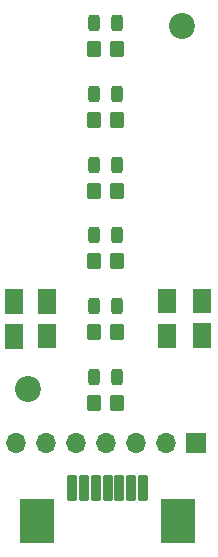
<source format=gbr>
%TF.GenerationSoftware,KiCad,Pcbnew,8.0.2*%
%TF.CreationDate,2025-03-09T15:07:14+01:00*%
%TF.ProjectId,ledPcb,6c656450-6362-42e6-9b69-6361645f7063,rev?*%
%TF.SameCoordinates,Original*%
%TF.FileFunction,Soldermask,Top*%
%TF.FilePolarity,Negative*%
%FSLAX46Y46*%
G04 Gerber Fmt 4.6, Leading zero omitted, Abs format (unit mm)*
G04 Created by KiCad (PCBNEW 8.0.2) date 2025-03-09 15:07:14*
%MOMM*%
%LPD*%
G01*
G04 APERTURE LIST*
G04 Aperture macros list*
%AMRoundRect*
0 Rectangle with rounded corners*
0 $1 Rounding radius*
0 $2 $3 $4 $5 $6 $7 $8 $9 X,Y pos of 4 corners*
0 Add a 4 corners polygon primitive as box body*
4,1,4,$2,$3,$4,$5,$6,$7,$8,$9,$2,$3,0*
0 Add four circle primitives for the rounded corners*
1,1,$1+$1,$2,$3*
1,1,$1+$1,$4,$5*
1,1,$1+$1,$6,$7*
1,1,$1+$1,$8,$9*
0 Add four rect primitives between the rounded corners*
20,1,$1+$1,$2,$3,$4,$5,0*
20,1,$1+$1,$4,$5,$6,$7,0*
20,1,$1+$1,$6,$7,$8,$9,0*
20,1,$1+$1,$8,$9,$2,$3,0*%
%AMFreePoly0*
4,1,6,1.000000,0.000000,0.500000,-0.750000,-0.500000,-0.750000,-0.500000,0.750000,0.500000,0.750000,1.000000,0.000000,1.000000,0.000000,$1*%
G04 Aperture macros list end*
%ADD10RoundRect,0.250000X-0.350000X-0.450000X0.350000X-0.450000X0.350000X0.450000X-0.350000X0.450000X0*%
%ADD11R,1.500000X1.500000*%
%ADD12FreePoly0,270.000000*%
%ADD13FreePoly0,90.000000*%
%ADD14C,2.200000*%
%ADD15RoundRect,0.243750X-0.243750X-0.456250X0.243750X-0.456250X0.243750X0.456250X-0.243750X0.456250X0*%
%ADD16RoundRect,0.102000X-0.305000X-1.000000X0.305000X-1.000000X0.305000X1.000000X-0.305000X1.000000X0*%
%ADD17RoundRect,0.102000X-1.340000X-1.800000X1.340000X-1.800000X1.340000X1.800000X-1.340000X1.800000X0*%
%ADD18R,1.700000X1.700000*%
%ADD19O,1.700000X1.700000*%
G04 APERTURE END LIST*
D10*
%TO.C,R2*%
X129556000Y-100498000D03*
X131556000Y-100498000D03*
%TD*%
D11*
%TO.C,JP4*%
X122809000Y-92170000D03*
X122809000Y-94570000D03*
D12*
X122809000Y-91370000D03*
D13*
X122809000Y-95370000D03*
%TD*%
D10*
%TO.C,R1*%
X129556000Y-94498000D03*
X131556000Y-94498000D03*
%TD*%
D14*
%TO.C,H2*%
X137033000Y-68580000D03*
%TD*%
D10*
%TO.C,R3*%
X129556000Y-70498000D03*
X131556000Y-70498000D03*
%TD*%
%TO.C,R6*%
X129556000Y-88498000D03*
X131556000Y-88498000D03*
%TD*%
%TO.C,R5*%
X129556000Y-82498000D03*
X131556000Y-82498000D03*
%TD*%
D15*
%TO.C,D3*%
X129618500Y-80298000D03*
X131493500Y-80298000D03*
%TD*%
%TO.C,D5*%
X129618500Y-92298000D03*
X131493500Y-92298000D03*
%TD*%
D16*
%TO.C,J2*%
X127731000Y-107696000D03*
X128731000Y-107696000D03*
X129731000Y-107696000D03*
X130731000Y-107696000D03*
X131731000Y-107696000D03*
X132731000Y-107696000D03*
X133731000Y-107696000D03*
D17*
X124741000Y-110496000D03*
X136721000Y-110496000D03*
%TD*%
D15*
%TO.C,D6*%
X129618500Y-98298000D03*
X131493500Y-98298000D03*
%TD*%
D11*
%TO.C,JP3*%
X135771134Y-92120740D03*
X135771134Y-94520740D03*
D12*
X135771134Y-91320740D03*
D13*
X135771134Y-95320740D03*
%TD*%
D11*
%TO.C,JP1*%
X125603000Y-92145000D03*
X125603000Y-94545000D03*
D12*
X125603000Y-91345000D03*
D13*
X125603000Y-95345000D03*
%TD*%
D14*
%TO.C,H1*%
X123952000Y-99314000D03*
%TD*%
D15*
%TO.C,D2*%
X129618500Y-74298000D03*
X131493500Y-74298000D03*
%TD*%
%TO.C,D1*%
X129618500Y-68298000D03*
X131493500Y-68298000D03*
%TD*%
D10*
%TO.C,R4*%
X129556000Y-76498000D03*
X131556000Y-76498000D03*
%TD*%
D15*
%TO.C,D4*%
X129618500Y-86298000D03*
X131493500Y-86298000D03*
%TD*%
D11*
%TO.C,JP2*%
X138684000Y-92113000D03*
X138684000Y-94513000D03*
D12*
X138684000Y-91313000D03*
D13*
X138684000Y-95313000D03*
%TD*%
D18*
%TO.C,J1*%
X138176000Y-103886000D03*
D19*
X135636000Y-103886000D03*
X133096000Y-103886000D03*
X130556000Y-103886000D03*
X128016000Y-103886000D03*
X125476000Y-103886000D03*
X122936000Y-103886000D03*
%TD*%
M02*

</source>
